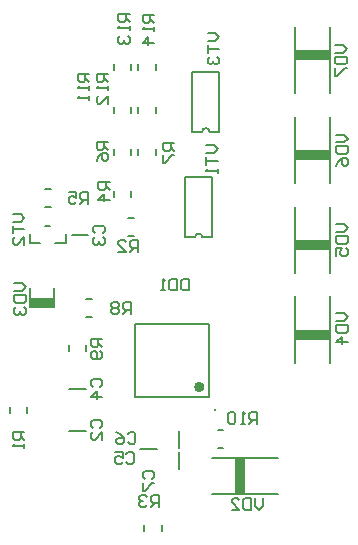
<source format=gbo>
G04 Layer_Color=32896*
%FSAX43Y43*%
%MOMM*%
G71*
G01*
G75*
%ADD30C,0.500*%
%ADD32C,0.254*%
%ADD33C,0.200*%
%ADD54R,0.900X3.000*%
%ADD55R,3.000X0.900*%
%ADD56R,2.100X0.800*%
D30*
X0017500Y0014425D02*
G03*
X0017500Y0014425I-0000200J0000000D01*
G01*
D32*
X0018650Y0012475D02*
G03*
X0018650Y0012475I-0000050J0000000D01*
G01*
D33*
X0018167Y0036025D02*
G03*
X0017532Y0036025I-0000317J0000000D01*
G01*
X0017567Y0027095D02*
G03*
X0016933Y0027095I-0000317J0000000D01*
G01*
X0004250Y0029650D02*
X0004750D01*
X0004250Y0031150D02*
X0004750D01*
X0016695Y0036025D02*
X0017532D01*
X0018167D02*
X0019005D01*
Y0041105D01*
X0016695D02*
X0019005D01*
X0016695Y0036025D02*
Y0041105D01*
X0016095Y0027095D02*
X0016933D01*
X0017567D02*
X0018405D01*
Y0032175D01*
X0016095D02*
X0018405D01*
X0016095Y0027095D02*
Y0032175D01*
X0012150Y0041250D02*
Y0041750D01*
X0013650Y0041250D02*
Y0041750D01*
X0011550Y0041250D02*
Y0041750D01*
X0010050Y0041250D02*
Y0041750D01*
X0012150Y0037650D02*
Y0038150D01*
X0013650Y0037650D02*
Y0038150D01*
X0011550Y0037650D02*
Y0038150D01*
X0010050Y0037650D02*
Y0038150D01*
X0012150Y0034050D02*
Y0034550D01*
X0013650Y0034050D02*
Y0034550D01*
X0011550Y0034050D02*
Y0034550D01*
X0010050Y0034050D02*
Y0034550D01*
Y0030550D02*
Y0031050D01*
X0011550Y0030550D02*
Y0031050D01*
X0011250Y0028750D02*
X0011750D01*
X0011250Y0027250D02*
X0011750D01*
X0002750Y0012250D02*
Y0012750D01*
X0001250Y0012250D02*
Y0012750D01*
X0014150Y0002250D02*
Y0002750D01*
X0012650Y0002250D02*
Y0002750D01*
X0018115Y0013560D02*
Y0019790D01*
X0011885D02*
X0018115D01*
X0011885Y0013560D02*
Y0019790D01*
Y0013560D02*
X0018115D01*
X0006300Y0010700D02*
X0007700D01*
X0018400Y0005400D02*
X0024000D01*
X0018400Y0008400D02*
X0024000D01*
X0028400Y0016500D02*
Y0022100D01*
X0025400Y0016500D02*
Y0022100D01*
X0028400Y0024100D02*
Y0029700D01*
X0025400Y0024100D02*
Y0029700D01*
X0028400Y0031700D02*
Y0037300D01*
X0025400Y0031700D02*
Y0037300D01*
Y0039300D02*
Y0044900D01*
X0028400Y0039300D02*
Y0044900D01*
X0006300Y0014300D02*
X0007700D01*
X0015600Y0007500D02*
Y0008900D01*
X0006500Y0027300D02*
X0007900D01*
X0003000Y0026600D02*
Y0027400D01*
Y0026600D02*
X0003800D01*
X0005100D02*
X0006000D01*
Y0027400D01*
X0004200Y0028100D02*
X0004700D01*
X0007750Y0020350D02*
X0008250D01*
X0007750Y0021850D02*
X0008250D01*
X0006250Y0017450D02*
Y0017950D01*
X0007750Y0017450D02*
Y0017950D01*
X0018850Y0010750D02*
X0019350D01*
X0018850Y0009250D02*
X0019350D01*
X0015600Y0009300D02*
Y0010700D01*
X0012300Y0009200D02*
X0013700D01*
X0005000Y0021200D02*
Y0022800D01*
X0003000Y0021200D02*
X0005000D01*
X0003000D02*
Y0022800D01*
X0008467Y0027434D02*
X0008300Y0027600D01*
Y0027933D01*
X0008467Y0028100D01*
X0009133D01*
X0009300Y0027933D01*
Y0027600D01*
X0009133Y0027434D01*
X0008467Y0027100D02*
X0008300Y0026934D01*
Y0026600D01*
X0008467Y0026434D01*
X0008634D01*
X0008800Y0026600D01*
Y0026767D01*
Y0026600D01*
X0008967Y0026434D01*
X0009133D01*
X0009300Y0026600D01*
Y0026934D01*
X0009133Y0027100D01*
X0001500Y0029100D02*
X0002167D01*
X0002500Y0028767D01*
X0002167Y0028434D01*
X0001500D01*
Y0028100D02*
Y0027434D01*
Y0027767D01*
X0002500D01*
Y0026434D02*
Y0027101D01*
X0001834Y0026434D01*
X0001667D01*
X0001500Y0026601D01*
Y0026934D01*
X0001667Y0027101D01*
X0022200Y0011300D02*
Y0012300D01*
X0021700D01*
X0021534Y0012133D01*
Y0011800D01*
X0021700Y0011633D01*
X0022200D01*
X0021867D02*
X0021534Y0011300D01*
X0021200D02*
X0020867D01*
X0021034D01*
Y0012300D01*
X0021200Y0012133D01*
X0020367D02*
X0020201Y0012300D01*
X0019867D01*
X0019701Y0012133D01*
Y0011467D01*
X0019867Y0011300D01*
X0020201D01*
X0020367Y0011467D01*
Y0012133D01*
X0012667Y0006634D02*
X0012500Y0006800D01*
Y0007133D01*
X0012667Y0007300D01*
X0013333D01*
X0013500Y0007133D01*
Y0006800D01*
X0013333Y0006634D01*
X0012500Y0006300D02*
Y0005634D01*
X0012667D01*
X0013333Y0006300D01*
X0013500D01*
X0011234Y0010433D02*
X0011400Y0010600D01*
X0011733D01*
X0011900Y0010433D01*
Y0009767D01*
X0011733Y0009600D01*
X0011400D01*
X0011234Y0009767D01*
X0010234Y0010600D02*
X0010567Y0010433D01*
X0010900Y0010100D01*
Y0009767D01*
X0010734Y0009600D01*
X0010400D01*
X0010234Y0009767D01*
Y0009933D01*
X0010400Y0010100D01*
X0010900D01*
X0007900Y0029900D02*
Y0030900D01*
X0007400D01*
X0007234Y0030733D01*
Y0030400D01*
X0007400Y0030233D01*
X0007900D01*
X0007567D02*
X0007234Y0029900D01*
X0006234Y0030900D02*
X0006900D01*
Y0030400D01*
X0006567Y0030566D01*
X0006400D01*
X0006234Y0030400D01*
Y0030067D01*
X0006400Y0029900D01*
X0006734D01*
X0006900Y0030067D01*
X0018000Y0044400D02*
X0018667D01*
X0019000Y0044067D01*
X0018667Y0043734D01*
X0018000D01*
Y0043400D02*
Y0042734D01*
Y0043067D01*
X0019000D01*
X0018167Y0042401D02*
X0018000Y0042234D01*
Y0041901D01*
X0018167Y0041734D01*
X0018334D01*
X0018500Y0041901D01*
Y0042067D01*
Y0041901D01*
X0018667Y0041734D01*
X0018833D01*
X0019000Y0041901D01*
Y0042234D01*
X0018833Y0042401D01*
X0017900Y0034900D02*
X0018567D01*
X0018900Y0034567D01*
X0018567Y0034234D01*
X0017900D01*
Y0033900D02*
Y0033234D01*
Y0033567D01*
X0018900D01*
Y0032901D02*
Y0032567D01*
Y0032734D01*
X0017900D01*
X0018067Y0032901D01*
X0013500Y0045900D02*
X0012500D01*
Y0045400D01*
X0012667Y0045234D01*
X0013000D01*
X0013167Y0045400D01*
Y0045900D01*
Y0045567D02*
X0013500Y0045234D01*
Y0044900D02*
Y0044567D01*
Y0044734D01*
X0012500D01*
X0012667Y0044900D01*
X0013500Y0043567D02*
X0012500D01*
X0013000Y0044067D01*
Y0043401D01*
X0011400Y0046000D02*
X0010400D01*
Y0045500D01*
X0010567Y0045334D01*
X0010900D01*
X0011067Y0045500D01*
Y0046000D01*
Y0045667D02*
X0011400Y0045334D01*
Y0045000D02*
Y0044667D01*
Y0044834D01*
X0010400D01*
X0010567Y0045000D01*
Y0044167D02*
X0010400Y0044001D01*
Y0043667D01*
X0010567Y0043501D01*
X0010734D01*
X0010900Y0043667D01*
Y0043834D01*
Y0043667D01*
X0011067Y0043501D01*
X0011233D01*
X0011400Y0043667D01*
Y0044001D01*
X0011233Y0044167D01*
X0009600Y0040900D02*
X0008600D01*
Y0040400D01*
X0008767Y0040234D01*
X0009100D01*
X0009267Y0040400D01*
Y0040900D01*
Y0040567D02*
X0009600Y0040234D01*
Y0039900D02*
Y0039567D01*
Y0039734D01*
X0008600D01*
X0008767Y0039900D01*
X0009600Y0038401D02*
Y0039067D01*
X0008934Y0038401D01*
X0008767D01*
X0008600Y0038567D01*
Y0038901D01*
X0008767Y0039067D01*
X0008000Y0040900D02*
X0007000D01*
Y0040400D01*
X0007167Y0040234D01*
X0007500D01*
X0007667Y0040400D01*
Y0040900D01*
Y0040567D02*
X0008000Y0040234D01*
Y0039900D02*
Y0039567D01*
Y0039734D01*
X0007000D01*
X0007167Y0039900D01*
X0008000Y0039067D02*
Y0038734D01*
Y0038901D01*
X0007000D01*
X0007167Y0039067D01*
X0015200Y0035100D02*
X0014200D01*
Y0034600D01*
X0014367Y0034434D01*
X0014700D01*
X0014867Y0034600D01*
Y0035100D01*
Y0034767D02*
X0015200Y0034434D01*
X0014200Y0034100D02*
Y0033434D01*
X0014367D01*
X0015033Y0034100D01*
X0015200D01*
X0009600Y0035200D02*
X0008600D01*
Y0034700D01*
X0008767Y0034534D01*
X0009100D01*
X0009267Y0034700D01*
Y0035200D01*
Y0034867D02*
X0009600Y0034534D01*
X0008600Y0033534D02*
X0008767Y0033867D01*
X0009100Y0034200D01*
X0009433D01*
X0009600Y0034034D01*
Y0033700D01*
X0009433Y0033534D01*
X0009267D01*
X0009100Y0033700D01*
Y0034200D01*
X0009700Y0031800D02*
X0008700D01*
Y0031300D01*
X0008867Y0031134D01*
X0009200D01*
X0009367Y0031300D01*
Y0031800D01*
Y0031467D02*
X0009700Y0031134D01*
Y0030300D02*
X0008700D01*
X0009200Y0030800D01*
Y0030134D01*
X0012100Y0025900D02*
Y0026900D01*
X0011600D01*
X0011434Y0026733D01*
Y0026400D01*
X0011600Y0026233D01*
X0012100D01*
X0011767D02*
X0011434Y0025900D01*
X0010434D02*
X0011100D01*
X0010434Y0026566D01*
Y0026733D01*
X0010600Y0026900D01*
X0010934D01*
X0011100Y0026733D01*
X0002500Y0010600D02*
X0001500D01*
Y0010100D01*
X0001667Y0009934D01*
X0002000D01*
X0002167Y0010100D01*
Y0010600D01*
Y0010267D02*
X0002500Y0009934D01*
Y0009600D02*
Y0009267D01*
Y0009434D01*
X0001500D01*
X0001667Y0009600D01*
X0013900Y0004300D02*
Y0005300D01*
X0013400D01*
X0013234Y0005133D01*
Y0004800D01*
X0013400Y0004633D01*
X0013900D01*
X0013567D02*
X0013234Y0004300D01*
X0012900Y0005133D02*
X0012734Y0005300D01*
X0012400D01*
X0012234Y0005133D01*
Y0004966D01*
X0012400Y0004800D01*
X0012567D01*
X0012400D01*
X0012234Y0004633D01*
Y0004467D01*
X0012400Y0004300D01*
X0012734D01*
X0012900Y0004467D01*
X0016400Y0023600D02*
Y0022600D01*
X0015900D01*
X0015734Y0022767D01*
Y0023433D01*
X0015900Y0023600D01*
X0016400D01*
X0015400D02*
Y0022600D01*
X0014900D01*
X0014734Y0022767D01*
Y0023433D01*
X0014900Y0023600D01*
X0015400D01*
X0014401Y0022600D02*
X0014067D01*
X0014234D01*
Y0023600D01*
X0014401Y0023433D01*
X0008267Y0010934D02*
X0008100Y0011100D01*
Y0011433D01*
X0008267Y0011600D01*
X0008933D01*
X0009100Y0011433D01*
Y0011100D01*
X0008933Y0010934D01*
X0009100Y0009934D02*
Y0010600D01*
X0008434Y0009934D01*
X0008267D01*
X0008100Y0010100D01*
Y0010434D01*
X0008267Y0010600D01*
X0022700Y0005000D02*
Y0004333D01*
X0022367Y0004000D01*
X0022034Y0004333D01*
Y0005000D01*
X0021700D02*
Y0004000D01*
X0021200D01*
X0021034Y0004167D01*
Y0004833D01*
X0021200Y0005000D01*
X0021700D01*
X0020034Y0004000D02*
X0020701D01*
X0020034Y0004666D01*
Y0004833D01*
X0020201Y0005000D01*
X0020534D01*
X0020701Y0004833D01*
X0028900Y0020700D02*
X0029567D01*
X0029900Y0020367D01*
X0029567Y0020034D01*
X0028900D01*
Y0019700D02*
X0029900D01*
Y0019200D01*
X0029733Y0019034D01*
X0029067D01*
X0028900Y0019200D01*
Y0019700D01*
X0029900Y0018201D02*
X0028900D01*
X0029400Y0018701D01*
Y0018034D01*
X0028900Y0028200D02*
X0029567D01*
X0029900Y0027867D01*
X0029567Y0027534D01*
X0028900D01*
Y0027200D02*
X0029900D01*
Y0026700D01*
X0029733Y0026534D01*
X0029067D01*
X0028900Y0026700D01*
Y0027200D01*
Y0025534D02*
Y0026201D01*
X0029400D01*
X0029234Y0025867D01*
Y0025701D01*
X0029400Y0025534D01*
X0029733D01*
X0029900Y0025701D01*
Y0026034D01*
X0029733Y0026201D01*
X0028900Y0035800D02*
X0029567D01*
X0029900Y0035467D01*
X0029567Y0035134D01*
X0028900D01*
Y0034800D02*
X0029900D01*
Y0034300D01*
X0029733Y0034134D01*
X0029067D01*
X0028900Y0034300D01*
Y0034800D01*
Y0033134D02*
X0029067Y0033467D01*
X0029400Y0033801D01*
X0029733D01*
X0029900Y0033634D01*
Y0033301D01*
X0029733Y0033134D01*
X0029567D01*
X0029400Y0033301D01*
Y0033801D01*
X0028800Y0043400D02*
X0029467D01*
X0029800Y0043067D01*
X0029467Y0042734D01*
X0028800D01*
Y0042400D02*
X0029800D01*
Y0041900D01*
X0029633Y0041734D01*
X0028967D01*
X0028800Y0041900D01*
Y0042400D01*
Y0041401D02*
Y0040734D01*
X0028967D01*
X0029633Y0041401D01*
X0029800D01*
X0008267Y0014434D02*
X0008100Y0014600D01*
Y0014933D01*
X0008267Y0015100D01*
X0008933D01*
X0009100Y0014933D01*
Y0014600D01*
X0008933Y0014434D01*
X0009100Y0013600D02*
X0008100D01*
X0008600Y0014100D01*
Y0013434D01*
X0011134Y0008733D02*
X0011300Y0008900D01*
X0011633D01*
X0011800Y0008733D01*
Y0008067D01*
X0011633Y0007900D01*
X0011300D01*
X0011134Y0008067D01*
X0010134Y0008900D02*
X0010800D01*
Y0008400D01*
X0010467Y0008566D01*
X0010300D01*
X0010134Y0008400D01*
Y0008067D01*
X0010300Y0007900D01*
X0010634D01*
X0010800Y0008067D01*
X0011500Y0020600D02*
Y0021600D01*
X0011000D01*
X0010834Y0021433D01*
Y0021100D01*
X0011000Y0020933D01*
X0011500D01*
X0011167D02*
X0010834Y0020600D01*
X0010500Y0021433D02*
X0010334Y0021600D01*
X0010000D01*
X0009834Y0021433D01*
Y0021266D01*
X0010000Y0021100D01*
X0009834Y0020933D01*
Y0020767D01*
X0010000Y0020600D01*
X0010334D01*
X0010500Y0020767D01*
Y0020933D01*
X0010334Y0021100D01*
X0010500Y0021266D01*
Y0021433D01*
X0010334Y0021100D02*
X0010000D01*
X0009100Y0018500D02*
X0008100D01*
Y0018000D01*
X0008267Y0017834D01*
X0008600D01*
X0008767Y0018000D01*
Y0018500D01*
Y0018167D02*
X0009100Y0017834D01*
X0008933Y0017500D02*
X0009100Y0017334D01*
Y0017000D01*
X0008933Y0016834D01*
X0008267D01*
X0008100Y0017000D01*
Y0017334D01*
X0008267Y0017500D01*
X0008434D01*
X0008600Y0017334D01*
Y0016834D01*
X0001600Y0023200D02*
X0002267D01*
X0002600Y0022867D01*
X0002267Y0022534D01*
X0001600D01*
Y0022200D02*
X0002600D01*
Y0021700D01*
X0002433Y0021534D01*
X0001767D01*
X0001600Y0021700D01*
Y0022200D01*
X0001767Y0021201D02*
X0001600Y0021034D01*
Y0020701D01*
X0001767Y0020534D01*
X0001934D01*
X0002100Y0020701D01*
Y0020867D01*
Y0020701D01*
X0002267Y0020534D01*
X0002433D01*
X0002600Y0020701D01*
Y0021034D01*
X0002433Y0021201D01*
D54*
X0020750Y0006900D02*
D03*
D55*
X0026900Y0018850D02*
D03*
Y0026450D02*
D03*
Y0034050D02*
D03*
Y0042550D02*
D03*
D56*
X0004050Y0021600D02*
D03*
M02*

</source>
